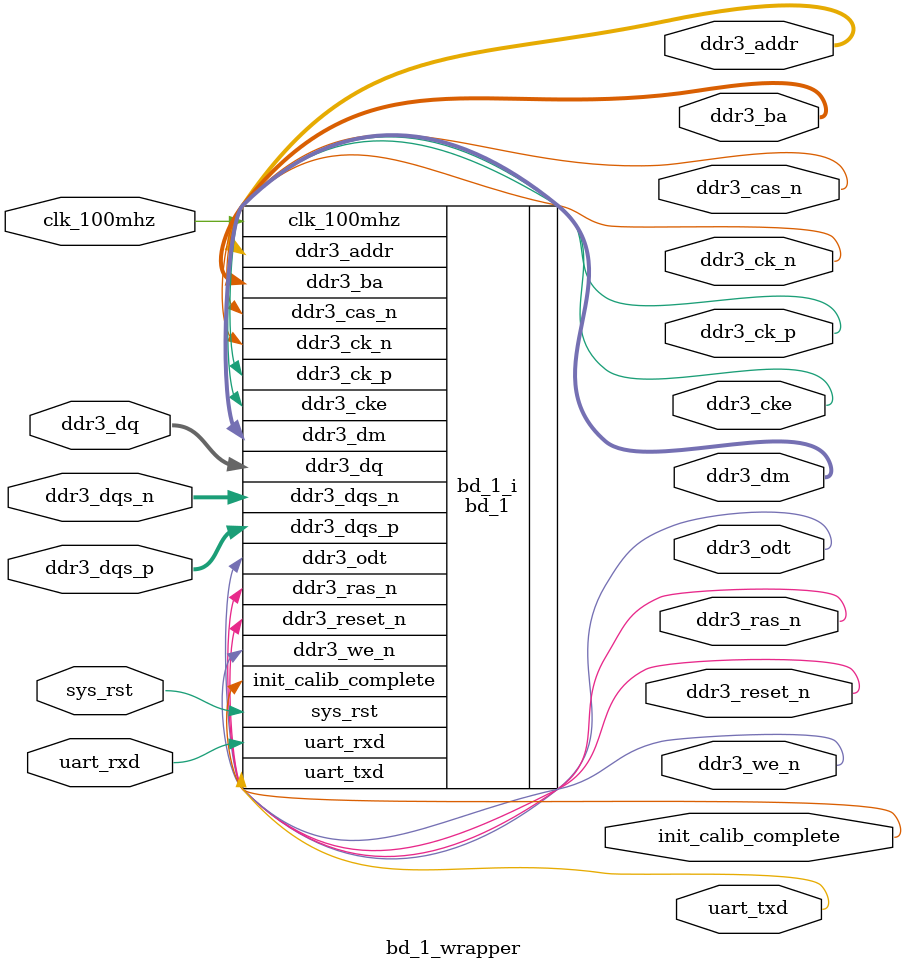
<source format=v>
`timescale 1 ps / 1 ps

module bd_1_wrapper
   (clk_100mhz,
    ddr3_addr,
    ddr3_ba,
    ddr3_cas_n,
    ddr3_ck_n,
    ddr3_ck_p,
    ddr3_cke,
    ddr3_dm,
    ddr3_dq,
    ddr3_dqs_n,
    ddr3_dqs_p,
    ddr3_odt,
    ddr3_ras_n,
    ddr3_reset_n,
    ddr3_we_n,
    init_calib_complete,
    sys_rst,
    uart_rxd,
    uart_txd);
  input clk_100mhz;
  output [12:0]ddr3_addr;
  output [2:0]ddr3_ba;
  output ddr3_cas_n;
  output [0:0]ddr3_ck_n;
  output [0:0]ddr3_ck_p;
  output [0:0]ddr3_cke;
  output [1:0]ddr3_dm;
  inout [15:0]ddr3_dq;
  inout [1:0]ddr3_dqs_n;
  inout [1:0]ddr3_dqs_p;
  output [0:0]ddr3_odt;
  output ddr3_ras_n;
  output ddr3_reset_n;
  output ddr3_we_n;
  output init_calib_complete;
  input sys_rst;
  input uart_rxd;
  output uart_txd;

  wire clk_100mhz;
  wire [12:0]ddr3_addr;
  wire [2:0]ddr3_ba;
  wire ddr3_cas_n;
  wire [0:0]ddr3_ck_n;
  wire [0:0]ddr3_ck_p;
  wire [0:0]ddr3_cke;
  wire [1:0]ddr3_dm;
  wire [15:0]ddr3_dq;
  wire [1:0]ddr3_dqs_n;
  wire [1:0]ddr3_dqs_p;
  wire [0:0]ddr3_odt;
  wire ddr3_ras_n;
  wire ddr3_reset_n;
  wire ddr3_we_n;
  wire init_calib_complete;
  wire sys_rst;
  wire uart_rxd;
  wire uart_txd;

  bd_1 bd_1_i
       (.clk_100mhz(clk_100mhz),
        .ddr3_addr(ddr3_addr),
        .ddr3_ba(ddr3_ba),
        .ddr3_cas_n(ddr3_cas_n),
        .ddr3_ck_n(ddr3_ck_n),
        .ddr3_ck_p(ddr3_ck_p),
        .ddr3_cke(ddr3_cke),
        .ddr3_dm(ddr3_dm),
        .ddr3_dq(ddr3_dq),
        .ddr3_dqs_n(ddr3_dqs_n),
        .ddr3_dqs_p(ddr3_dqs_p),
        .ddr3_odt(ddr3_odt),
        .ddr3_ras_n(ddr3_ras_n),
        .ddr3_reset_n(ddr3_reset_n),
        .ddr3_we_n(ddr3_we_n),
        .init_calib_complete(init_calib_complete),
        .sys_rst(sys_rst),
        .uart_rxd(uart_rxd),
        .uart_txd(uart_txd));
endmodule

</source>
